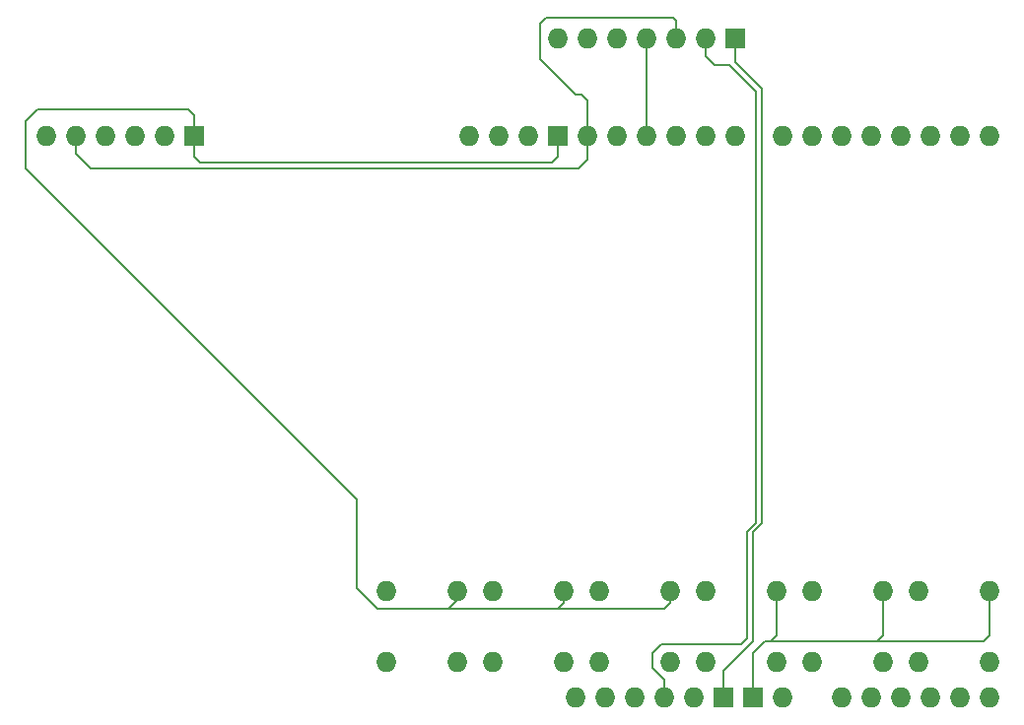
<source format=gbr>
%TF.GenerationSoftware,KiCad,Pcbnew,7.0.11+dfsg-1build4*%
%TF.CreationDate,2025-05-03T14:01:42-04:00*%
%TF.ProjectId,Peripherals Board,50657269-7068-4657-9261-6c7320426f61,rev?*%
%TF.SameCoordinates,Original*%
%TF.FileFunction,Copper,L2,Bot*%
%TF.FilePolarity,Positive*%
%FSLAX46Y46*%
G04 Gerber Fmt 4.6, Leading zero omitted, Abs format (unit mm)*
G04 Created by KiCad (PCBNEW 7.0.11+dfsg-1build4) date 2025-05-03 14:01:42*
%MOMM*%
%LPD*%
G01*
G04 APERTURE LIST*
%TA.AperFunction,ComponentPad*%
%ADD10O,1.727200X1.727200*%
%TD*%
%TA.AperFunction,ComponentPad*%
%ADD11R,1.727200X1.727200*%
%TD*%
%TA.AperFunction,Conductor*%
%ADD12C,0.200000*%
%TD*%
G04 APERTURE END LIST*
D10*
%TO.P,,PB5_1*%
%TO.N,N/C*%
X165100000Y-117856000D03*
%TD*%
%TO.P,,PB3_1*%
%TO.N,N/C*%
X146812000Y-117856000D03*
%TD*%
%TO.P,,SDA*%
%TO.N,N/C*%
X150876000Y-70358000D03*
%TD*%
D11*
%TO.P,,GND*%
%TO.N,N/C*%
X112014000Y-78740000D03*
%TD*%
D10*
%TO.P,,PB2_3*%
%TO.N,N/C*%
X137668000Y-123952000D03*
%TD*%
D11*
%TO.P,,GND*%
%TO.N,N/C*%
X158496000Y-70358000D03*
%TD*%
D10*
%TO.P,,SCK*%
%TO.N,N/C*%
X153416000Y-70358000D03*
%TD*%
%TO.P,,5V*%
%TO.N,N/C*%
X109474000Y-78740000D03*
%TD*%
%TO.P,,PB6_1*%
%TO.N,N/C*%
X174244000Y-117856000D03*
%TD*%
%TO.P,,PB1_3*%
%TO.N,N/C*%
X128524000Y-123952000D03*
%TD*%
%TO.P,,PB5_3*%
%TO.N,N/C*%
X165100000Y-123952000D03*
%TD*%
%TO.P, ,3V3*%
%TO.N,N/C*%
X152400000Y-127000000D03*
%TO.P, ,5V1*%
X154940000Y-127000000D03*
%TO.P, ,A0*%
X167640000Y-127000000D03*
%TO.P, ,A1*%
X170180000Y-127000000D03*
%TO.P, ,A2*%
X172720000Y-127000000D03*
%TO.P, ,A3*%
X175260000Y-127000000D03*
%TO.P, ,A4*%
X177800000Y-127000000D03*
%TO.P, ,A5*%
X180340000Y-127000000D03*
%TO.P, ,AREF*%
X140716000Y-78740000D03*
%TO.P, ,BOOT*%
X144780000Y-127000000D03*
%TO.P, ,D0*%
X180340000Y-78740000D03*
%TO.P, ,D1*%
X177800000Y-78740000D03*
%TO.P, ,D2*%
X175260000Y-78740000D03*
%TO.P, ,D3*%
X172720000Y-78740000D03*
%TO.P, ,D4*%
X170180000Y-78740000D03*
%TO.P, ,D5*%
X167640000Y-78740000D03*
%TO.P, ,D6*%
X165100000Y-78740000D03*
%TO.P, ,D7*%
X162560000Y-78740000D03*
%TO.P, ,D8*%
X158496000Y-78740000D03*
%TO.P, ,D9*%
X155956000Y-78740000D03*
%TO.P, ,D10*%
X153416000Y-78740000D03*
%TO.P, ,D11*%
X150876000Y-78740000D03*
%TO.P, ,D12*%
X148336000Y-78740000D03*
%TO.P, ,D13*%
X145796000Y-78740000D03*
D11*
%TO.P, ,GND1*%
X143256000Y-78740000D03*
%TO.P, ,GND2*%
X157480000Y-127000000D03*
%TO.P, ,GND3*%
X160020000Y-127000000D03*
D10*
%TO.P, ,IORF*%
X147320000Y-127000000D03*
%TO.P, ,RST1*%
X149860000Y-127000000D03*
%TO.P, ,SCL*%
X135636000Y-78740000D03*
%TO.P, ,SDA*%
X138176000Y-78740000D03*
%TO.P, ,VIN*%
X162560000Y-127000000D03*
%TD*%
%TO.P,,PB1_2*%
%TO.N,N/C*%
X134620000Y-117856000D03*
%TD*%
%TO.P,,3V3*%
%TO.N,N/C*%
X155956000Y-70358000D03*
%TD*%
%TO.P,,MISO*%
%TO.N,N/C*%
X106934000Y-78740000D03*
%TD*%
%TO.P,,CS*%
%TO.N,N/C*%
X143256000Y-70358000D03*
%TD*%
%TO.P,,PB3_3*%
%TO.N,N/C*%
X146812000Y-123952000D03*
%TD*%
%TO.P,,PB5_2*%
%TO.N,N/C*%
X171196000Y-117856000D03*
%TD*%
%TO.P,,PB2_1*%
%TO.N,N/C*%
X137668000Y-117856000D03*
%TD*%
%TO.P,,PB5_4*%
%TO.N,N/C*%
X171196000Y-123952000D03*
%TD*%
%TO.P,,PB6_2*%
%TO.N,N/C*%
X180340000Y-117856000D03*
%TD*%
%TO.P,,RES*%
%TO.N,N/C*%
X148336000Y-70358000D03*
%TD*%
%TO.P,,PB1_4*%
%TO.N,N/C*%
X134620000Y-123952000D03*
%TD*%
%TO.P,,PB4_4*%
%TO.N,N/C*%
X162052000Y-123952000D03*
%TD*%
%TO.P,,PB1_1*%
%TO.N,N/C*%
X128524000Y-117856000D03*
%TD*%
%TO.P,,PB3_2*%
%TO.N,N/C*%
X152908000Y-117856000D03*
%TD*%
%TO.P,,PB4_1*%
%TO.N,N/C*%
X155956000Y-117856000D03*
%TD*%
%TO.P,,PB4_2*%
%TO.N,N/C*%
X162052000Y-117856000D03*
%TD*%
%TO.P,,MOSI*%
%TO.N,N/C*%
X104394000Y-78740000D03*
%TD*%
%TO.P,,SCK*%
%TO.N,N/C*%
X101854000Y-78740000D03*
%TD*%
%TO.P,,PB2_2*%
%TO.N,N/C*%
X143764000Y-117856000D03*
%TD*%
%TO.P,,PB2_4*%
%TO.N,N/C*%
X143764000Y-123952000D03*
%TD*%
%TO.P,,PB4_3*%
%TO.N,N/C*%
X155956000Y-123952000D03*
%TD*%
%TO.P,,PB6_4*%
%TO.N,N/C*%
X180340000Y-123952000D03*
%TD*%
%TO.P,,CS*%
%TO.N,N/C*%
X99314000Y-78740000D03*
%TD*%
%TO.P,,PB3_4*%
%TO.N,N/C*%
X152908000Y-123952000D03*
%TD*%
%TO.P,,DC*%
%TO.N,N/C*%
X145796000Y-70358000D03*
%TD*%
%TO.P,,PB6_3*%
%TO.N,N/C*%
X174244000Y-123952000D03*
%TD*%
D12*
%TO.N,*%
X159004000Y-122428000D02*
X159512000Y-121920000D01*
X179832000Y-122174000D02*
X180340000Y-121666000D01*
X145034000Y-81534000D02*
X145796000Y-80772000D01*
X160782000Y-112014000D02*
X160782000Y-74676000D01*
X133858000Y-119380000D02*
X143256000Y-119380000D01*
X180340000Y-121666000D02*
X180340000Y-117856000D01*
X112014000Y-80518000D02*
X112522000Y-81026000D01*
X112014000Y-76962000D02*
X111506000Y-76454000D01*
X112522000Y-81026000D02*
X142748000Y-81026000D01*
X153416000Y-70358000D02*
X153416000Y-68834000D01*
X161544000Y-122174000D02*
X170688000Y-122174000D01*
X153162000Y-68580000D02*
X142240000Y-68580000D01*
X101854000Y-78740000D02*
X101854000Y-80264000D01*
X160782000Y-74676000D02*
X158496000Y-72390000D01*
X145288000Y-75184000D02*
X145796000Y-75692000D01*
X112014000Y-78740000D02*
X112014000Y-76962000D01*
X143256000Y-119380000D02*
X143764000Y-118872000D01*
X101854000Y-80264000D02*
X103124000Y-81534000D01*
X103124000Y-81534000D02*
X145034000Y-81534000D01*
X133858000Y-119380000D02*
X134620000Y-118618000D01*
X160274000Y-74930000D02*
X157988000Y-72644000D01*
X142748000Y-81026000D02*
X143256000Y-80518000D01*
X156718000Y-72644000D02*
X155956000Y-71882000D01*
X125984000Y-109982000D02*
X125984000Y-117602000D01*
X160020000Y-122174000D02*
X160020000Y-112776000D01*
X150876000Y-70358000D02*
X150876000Y-78740000D01*
X159512000Y-112776000D02*
X160274000Y-112014000D01*
X144780000Y-75184000D02*
X145288000Y-75184000D01*
X111506000Y-76454000D02*
X98552000Y-76454000D01*
X153416000Y-68834000D02*
X153162000Y-68580000D01*
X160020000Y-112776000D02*
X160782000Y-112014000D01*
X155956000Y-71882000D02*
X155956000Y-70358000D01*
X152400000Y-119380000D02*
X152908000Y-118872000D01*
X145796000Y-80772000D02*
X145796000Y-78740000D01*
X97536000Y-81534000D02*
X125984000Y-109982000D01*
X160020000Y-123190000D02*
X161036000Y-122174000D01*
X141732000Y-72136000D02*
X144780000Y-75184000D01*
X161036000Y-122174000D02*
X161544000Y-122174000D01*
X157988000Y-72644000D02*
X156718000Y-72644000D01*
X162052000Y-121666000D02*
X161544000Y-122174000D01*
X143256000Y-80518000D02*
X143256000Y-78740000D01*
X152146000Y-122428000D02*
X159004000Y-122428000D01*
X162052000Y-121666000D02*
X162052000Y-117856000D01*
X171196000Y-121666000D02*
X171196000Y-117856000D01*
X151384000Y-124460000D02*
X151384000Y-123190000D01*
X160274000Y-112014000D02*
X160274000Y-74930000D01*
X143256000Y-119380000D02*
X152400000Y-119380000D01*
X145796000Y-75692000D02*
X145796000Y-78740000D01*
X158496000Y-72390000D02*
X158496000Y-70358000D01*
X160020000Y-127000000D02*
X160020000Y-123190000D01*
X112014000Y-78740000D02*
X112014000Y-80518000D01*
X158496000Y-70358000D02*
X158496000Y-70104000D01*
X157480000Y-127000000D02*
X157480000Y-124714000D01*
X159512000Y-121920000D02*
X159512000Y-112776000D01*
X151384000Y-123190000D02*
X152146000Y-122428000D01*
X141732000Y-69088000D02*
X141732000Y-72136000D01*
X125984000Y-117602000D02*
X127762000Y-119380000D01*
X97536000Y-77470000D02*
X97536000Y-81534000D01*
X152908000Y-118872000D02*
X152908000Y-117856000D01*
X142240000Y-68580000D02*
X141732000Y-69088000D01*
X152400000Y-127000000D02*
X152400000Y-125476000D01*
X127762000Y-119380000D02*
X133858000Y-119380000D01*
X170688000Y-122174000D02*
X179832000Y-122174000D01*
X143764000Y-118872000D02*
X143764000Y-117856000D01*
X157480000Y-124714000D02*
X160020000Y-122174000D01*
X134620000Y-118618000D02*
X134620000Y-117856000D01*
X152400000Y-125476000D02*
X151384000Y-124460000D01*
X98552000Y-76454000D02*
X97536000Y-77470000D01*
X170688000Y-122174000D02*
X171196000Y-121666000D01*
%TD*%
M02*

</source>
